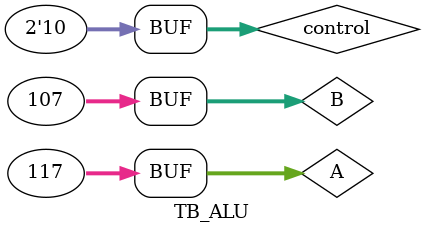
<source format=v>
`timescale 1 ns/1 ns

module TB_ALU();
	reg[31:0] A,B;
	reg[1:0] control;
	wire[31:0] result;
	ALU My_ALU(result,control,A,B);
		initial begin 
			A = 32'b01110001; B = 32'b01101001; control = 2'b01;
			#10 A = 32'b01110001; B = 32'b01101001; control = 2'b11;

			#10 A = 32'b01110101; B = 32'b01101011; control = 2'b00;
			#10 A = 32'b01110101; B = 32'b01101011; control = 2'b10;

			#10 A = 32'b01110101; B = 32'b01101011; control = 2'b10;
		end
endmodule 

</source>
